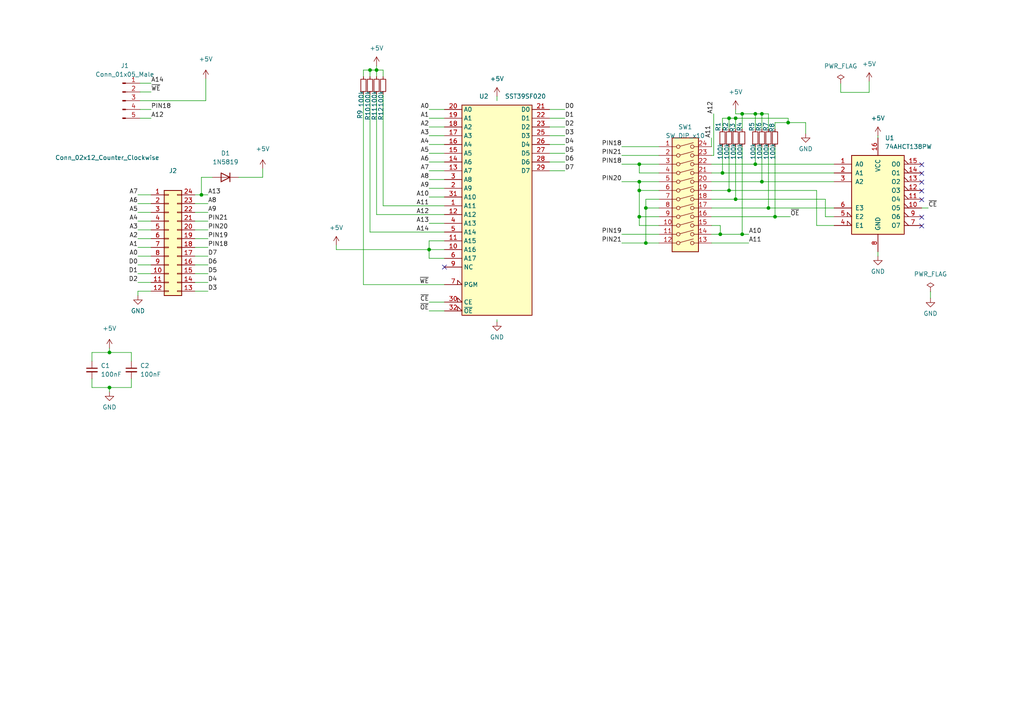
<source format=kicad_sch>
(kicad_sch (version 20211123) (generator eeschema)
  (paper "A4")
  (title_block (title "EPROM Replacer") (date "2022-09-24") (rev "1.01"))
  (lib_symbols
    (symbol "74xx:74LS138" (pin_names (offset 1.016))
      (property "Reference" "U" (at -7.62 11.43 0))
      (property "Value" "74LS138" (at -7.62 -13.97 0))
      (symbol "74LS138_1_0"
        (pin input line (at -12.7 7.62 0) (length 5.08) (name "A0") (number "1"))
        (pin output output_low (at 12.7 -5.08 180) (length 5.08) (name "O5") (number "10"))
        (pin output output_low (at 12.7 -2.54 180) (length 5.08) (name "O4") (number "11"))
        (pin output output_low (at 12.7 0 180) (length 5.08) (name "O3") (number "12"))
        (pin output output_low (at 12.7 2.54 180) (length 5.08) (name "O2") (number "13"))
        (pin output output_low (at 12.7 5.08 180) (length 5.08) (name "O1") (number "14"))
        (pin output output_low (at 12.7 7.62 180) (length 5.08) (name "O0") (number "15"))
        (pin power_in line (at 0 15.24 270) (length 5.08) (name "VCC") (number "16"))
        (pin input line (at -12.7 5.08 0) (length 5.08) (name "A1") (number "2"))
        (pin input line (at -12.7 2.54 0) (length 5.08) (name "A2") (number "3"))
        (pin input input_low (at -12.7 -10.16 0) (length 5.08) (name "E1") (number "4"))
        (pin input input_low (at -12.7 -7.62 0) (length 5.08) (name "E2") (number "5"))
        (pin input line (at -12.7 -5.08 0) (length 5.08) (name "E3") (number "6"))
        (pin output output_low (at 12.7 -10.16 180) (length 5.08) (name "O7") (number "7"))
        (pin power_in line (at 0 -17.78 90) (length 5.08) (name "GND") (number "8"))
        (pin output output_low (at 12.7 -7.62 180) (length 5.08) (name "O6") (number "9"))
      )
      (symbol "74LS138_1_1"
        (rectangle (start -7.62 10.16) (end 7.62 -12.7) (stroke (width 0.254)) (fill (type background)))
      )
    )
    (symbol "Connector:Conn_01x05_Male" (pin_names (offset 1.016) hide)
      (property "Reference" "J" (at 0 7.62 0))
      (property "Value" "Conn_01x05_Male" (at 0 -7.62 0))
      (symbol "Conn_01x05_Male_1_1"
        (polyline (pts (xy 1.27 -5.08) (xy 0.8636 -5.08)) (stroke (width 0.1524)))
        (polyline (pts (xy 1.27 -2.54) (xy 0.8636 -2.54)) (stroke (width 0.1524)))
        (polyline (pts (xy 1.27 0) (xy 0.8636 0)) (stroke (width 0.1524)))
        (polyline (pts (xy 1.27 2.54) (xy 0.8636 2.54)) (stroke (width 0.1524)))
        (polyline (pts (xy 1.27 5.08) (xy 0.8636 5.08)) (stroke (width 0.1524)))
        (rectangle (start 0.8636 -4.953) (end 0 -5.207) (stroke (width 0.1524)) (fill (type outline)))
        (rectangle (start 0.8636 -2.413) (end 0 -2.667) (stroke (width 0.1524)) (fill (type outline)))
        (rectangle (start 0.8636 0.127) (end 0 -0.127) (stroke (width 0.1524)) (fill (type outline)))
        (rectangle (start 0.8636 2.667) (end 0 2.413) (stroke (width 0.1524)) (fill (type outline)))
        (rectangle (start 0.8636 5.207) (end 0 4.953) (stroke (width 0.1524)) (fill (type outline)))
        (pin passive line (at 5.08 5.08 180) (length 3.81) (name "Pin_1") (number "1"))
        (pin passive line (at 5.08 2.54 180) (length 3.81) (name "Pin_2") (number "2"))
        (pin passive line (at 5.08 0 180) (length 3.81) (name "Pin_3") (number "3"))
        (pin passive line (at 5.08 -2.54 180) (length 3.81) (name "Pin_4") (number "4"))
        (pin passive line (at 5.08 -5.08 180) (length 3.81) (name "Pin_5") (number "5"))
      )
    )
    (symbol "Connector_Generic:Conn_02x12_Counter_Clockwise" (pin_names (offset 1.016) hide)
      (property "Reference" "J" (at 1.27 15.24 0))
      (property "Value" "Conn_02x12_Counter_Clockwise" (at 1.27 -17.78 0))
      (symbol "Conn_02x12_Counter_Clockwise_1_1"
        (rectangle (start -1.27 -15.113) (end 0 -15.367) (stroke (width 0.1524)))
        (rectangle (start -1.27 -12.573) (end 0 -12.827) (stroke (width 0.1524)))
        (rectangle (start -1.27 -10.033) (end 0 -10.287) (stroke (width 0.1524)))
        (rectangle (start -1.27 -7.493) (end 0 -7.747) (stroke (width 0.1524)))
        (rectangle (start -1.27 -4.953) (end 0 -5.207) (stroke (width 0.1524)))
        (rectangle (start -1.27 -2.413) (end 0 -2.667) (stroke (width 0.1524)))
        (rectangle (start -1.27 0.127) (end 0 -0.127) (stroke (width 0.1524)))
        (rectangle (start -1.27 2.667) (end 0 2.413) (stroke (width 0.1524)))
        (rectangle (start -1.27 5.207) (end 0 4.953) (stroke (width 0.1524)))
        (rectangle (start -1.27 7.747) (end 0 7.493) (stroke (width 0.1524)))
        (rectangle (start -1.27 10.287) (end 0 10.033) (stroke (width 0.1524)))
        (rectangle (start -1.27 12.827) (end 0 12.573) (stroke (width 0.1524)))
        (rectangle (start -1.27 13.97) (end 3.81 -16.51) (stroke (width 0.254)) (fill (type background)))
        (rectangle (start 3.81 -15.113) (end 2.54 -15.367) (stroke (width 0.1524)))
        (rectangle (start 3.81 -12.573) (end 2.54 -12.827) (stroke (width 0.1524)))
        (rectangle (start 3.81 -10.033) (end 2.54 -10.287) (stroke (width 0.1524)))
        (rectangle (start 3.81 -7.493) (end 2.54 -7.747) (stroke (width 0.1524)))
        (rectangle (start 3.81 -4.953) (end 2.54 -5.207) (stroke (width 0.1524)))
        (rectangle (start 3.81 -2.413) (end 2.54 -2.667) (stroke (width 0.1524)))
        (rectangle (start 3.81 0.127) (end 2.54 -0.127) (stroke (width 0.1524)))
        (rectangle (start 3.81 2.667) (end 2.54 2.413) (stroke (width 0.1524)))
        (rectangle (start 3.81 5.207) (end 2.54 4.953) (stroke (width 0.1524)))
        (rectangle (start 3.81 7.747) (end 2.54 7.493) (stroke (width 0.1524)))
        (rectangle (start 3.81 10.287) (end 2.54 10.033) (stroke (width 0.1524)))
        (rectangle (start 3.81 12.827) (end 2.54 12.573) (stroke (width 0.1524)))
        (pin passive line (at -5.08 12.7 0) (length 3.81) (name "Pin_1") (number "1"))
        (pin passive line (at -5.08 -10.16 0) (length 3.81) (name "Pin_10") (number "10"))
        (pin passive line (at -5.08 -12.7 0) (length 3.81) (name "Pin_11") (number "11"))
        (pin passive line (at -5.08 -15.24 0) (length 3.81) (name "Pin_12") (number "12"))
        (pin passive line (at 7.62 -15.24 180) (length 3.81) (name "Pin_13") (number "13"))
        (pin passive line (at 7.62 -12.7 180) (length 3.81) (name "Pin_14") (number "14"))
        (pin passive line (at 7.62 -10.16 180) (length 3.81) (name "Pin_15") (number "15"))
        (pin passive line (at 7.62 -7.62 180) (length 3.81) (name "Pin_16") (number "16"))
        (pin passive line (at 7.62 -5.08 180) (length 3.81) (name "Pin_17") (number "17"))
        (pin passive line (at 7.62 -2.54 180) (length 3.81) (name "Pin_18") (number "18"))
        (pin passive line (at 7.62 0 180) (length 3.81) (name "Pin_19") (number "19"))
        (pin passive line (at -5.08 10.16 0) (length 3.81) (name "Pin_2") (number "2"))
        (pin passive line (at 7.62 2.54 180) (length 3.81) (name "Pin_20") (number "20"))
        (pin passive line (at 7.62 5.08 180) (length 3.81) (name "Pin_21") (number "21"))
        (pin passive line (at 7.62 7.62 180) (length 3.81) (name "Pin_22") (number "22"))
        (pin passive line (at 7.62 10.16 180) (length 3.81) (name "Pin_23") (number "23"))
        (pin passive line (at 7.62 12.7 180) (length 3.81) (name "Pin_24") (number "24"))
        (pin passive line (at -5.08 7.62 0) (length 3.81) (name "Pin_3") (number "3"))
        (pin passive line (at -5.08 5.08 0) (length 3.81) (name "Pin_4") (number "4"))
        (pin passive line (at -5.08 2.54 0) (length 3.81) (name "Pin_5") (number "5"))
        (pin passive line (at -5.08 0 0) (length 3.81) (name "Pin_6") (number "6"))
        (pin passive line (at -5.08 -2.54 0) (length 3.81) (name "Pin_7") (number "7"))
        (pin passive line (at -5.08 -5.08 0) (length 3.81) (name "Pin_8") (number "8"))
        (pin passive line (at -5.08 -7.62 0) (length 3.81) (name "Pin_9") (number "9"))
      )
    )
    (symbol "Device:C_Small" (pin_numbers hide) (pin_names (offset 0.254) hide)
      (property "Reference" "C" (at 0.254 1.778 0))
      (property "Value" "C_Small" (at 0.254 -2.032 0))
      (symbol "C_Small_0_1"
        (polyline (pts (xy -1.524 -0.508) (xy 1.524 -0.508)) (stroke (width 0.3302)))
        (polyline (pts (xy -1.524 0.508) (xy 1.524 0.508)) (stroke (width 0.3048)))
      )
      (symbol "C_Small_1_1"
        (pin passive line (at 0 2.54 270) (length 2.032) (name "~") (number "1"))
        (pin passive line (at 0 -2.54 90) (length 2.032) (name "~") (number "2"))
      )
    )
    (symbol "Device:D" (pin_numbers hide) (pin_names (offset 1.016) hide)
      (property "Reference" "D" (at 0 2.54 0))
      (property "Value" "D" (at 0 -2.54 0))
      (symbol "D_0_1"
        (polyline (pts (xy -1.27 1.27) (xy -1.27 -1.27)) (stroke (width 0.254)))
        (polyline (pts (xy 1.27 0) (xy -1.27 0)))
        (polyline (pts (xy 1.27 1.27) (xy 1.27 -1.27) (xy -1.27 0) (xy 1.27 1.27)) (stroke (width 0.254)))
      )
      (symbol "D_1_1"
        (pin passive line (at -3.81 0 0) (length 2.54) (name "K") (number "1"))
        (pin passive line (at 3.81 0 180) (length 2.54) (name "A") (number "2"))
      )
    )
    (symbol "Device:R_Small" (pin_numbers hide) (pin_names (offset 0.254) hide)
      (property "Reference" "R" (at 0.762 0.508 0))
      (property "Value" "R_Small" (at 0.762 -1.016 0))
      (symbol "R_Small_0_1"
        (rectangle (start -0.762 1.778) (end 0.762 -1.778) (stroke (width 0.2032)))
      )
      (symbol "R_Small_1_1"
        (pin passive line (at 0 2.54 270) (length 0.762) (name "~") (number "1"))
        (pin passive line (at 0 -2.54 90) (length 0.762) (name "~") (number "2"))
      )
    )
    (symbol "Switch:SW_DIP_x12" (pin_names (offset 0) hide)
      (property "Reference" "SW" (at 0 19.05 0))
      (property "Value" "SW_DIP_x12" (at 0 -16.51 0))
      (symbol "SW_DIP_x12_0_0"
        (circle (center -2.032 -12.7) (radius 0.508))
        (circle (center -2.032 -10.16) (radius 0.508))
        (circle (center -2.032 -7.62) (radius 0.508))
        (circle (center -2.032 -5.08) (radius 0.508))
        (circle (center -2.032 -2.54) (radius 0.508))
        (circle (center -2.032 0) (radius 0.508))
        (circle (center -2.032 2.54) (radius 0.508))
        (circle (center -2.032 5.08) (radius 0.508))
        (circle (center -2.032 7.62) (radius 0.508))
        (circle (center -2.032 10.16) (radius 0.508))
        (circle (center -2.032 12.7) (radius 0.508))
        (circle (center -2.032 15.24) (radius 0.508))
        (polyline (pts (xy -1.524 -12.5476) (xy 2.3622 -11.5062)))
        (polyline (pts (xy -1.524 -10.0076) (xy 2.3622 -8.9662)))
        (polyline (pts (xy -1.524 -7.4676) (xy 2.3622 -6.4262)))
        (polyline (pts (xy -1.524 -4.9276) (xy 2.3622 -3.8862)))
        (polyline (pts (xy -1.524 -2.3876) (xy 2.3622 -1.3462)))
        (polyline (pts (xy -1.524 0.127) (xy 2.3622 1.1684)))
        (polyline (pts (xy -1.524 2.667) (xy 2.3622 3.7084)))
        (polyline (pts (xy -1.524 5.207) (xy 2.3622 6.2484)))
        (polyline (pts (xy -1.524 7.747) (xy 2.3622 8.7884)))
        (polyline (pts (xy -1.524 10.287) (xy 2.3622 11.3284)))
        (polyline (pts (xy -1.524 12.827) (xy 2.3622 13.8684)))
        (polyline (pts (xy -1.524 15.367) (xy 2.3622 16.4084)))
        (circle (center 2.032 -12.7) (radius 0.508))
        (circle (center 2.032 -10.16) (radius 0.508))
        (circle (center 2.032 -7.62) (radius 0.508))
        (circle (center 2.032 -5.08) (radius 0.508))
        (circle (center 2.032 -2.54) (radius 0.508))
        (circle (center 2.032 0) (radius 0.508))
        (circle (center 2.032 2.54) (radius 0.508))
        (circle (center 2.032 5.08) (radius 0.508))
        (circle (center 2.032 7.62) (radius 0.508))
        (circle (center 2.032 10.16) (radius 0.508))
        (circle (center 2.032 12.7) (radius 0.508))
        (circle (center 2.032 15.24) (radius 0.508))
      )
      (symbol "SW_DIP_x12_0_1"
        (rectangle (start -3.81 17.78) (end 3.81 -15.24) (stroke (width 0.254)) (fill (type background)))
      )
      (symbol "SW_DIP_x12_1_1"
        (pin passive line (at -7.62 15.24 0) (length 5.08) (name "~") (number "1"))
        (pin passive line (at -7.62 -7.62 0) (length 5.08) (name "~") (number "10"))
        (pin passive line (at -7.62 -10.16 0) (length 5.08) (name "~") (number "11"))
        (pin passive line (at -7.62 -12.7 0) (length 5.08) (name "~") (number "12"))
        (pin passive line (at 7.62 -12.7 180) (length 5.08) (name "~") (number "13"))
        (pin passive line (at 7.62 -10.16 180) (length 5.08) (name "~") (number "14"))
        (pin passive line (at 7.62 -7.62 180) (length 5.08) (name "~") (number "15"))
        (pin passive line (at 7.62 -5.08 180) (length 5.08) (name "~") (number "16"))
        (pin passive line (at 7.62 -2.54 180) (length 5.08) (name "~") (number "17"))
        (pin passive line (at 7.62 0 180) (length 5.08) (name "~") (number "18"))
        (pin passive line (at 7.62 2.54 180) (length 5.08) (name "~") (number "19"))
        (pin passive line (at -7.62 12.7 0) (length 5.08) (name "~") (number "2"))
        (pin passive line (at 7.62 5.08 180) (length 5.08) (name "~") (number "20"))
        (pin passive line (at 7.62 7.62 180) (length 5.08) (name "~") (number "21"))
        (pin passive line (at 7.62 10.16 180) (length 5.08) (name "~") (number "22"))
        (pin passive line (at 7.62 12.7 180) (length 5.08) (name "~") (number "23"))
        (pin passive line (at 7.62 15.24 180) (length 5.08) (name "~") (number "24"))
        (pin passive line (at -7.62 10.16 0) (length 5.08) (name "~") (number "3"))
        (pin passive line (at -7.62 7.62 0) (length 5.08) (name "~") (number "4"))
        (pin passive line (at -7.62 5.08 0) (length 5.08) (name "~") (number "5"))
        (pin passive line (at -7.62 2.54 0) (length 5.08) (name "~") (number "6"))
        (pin passive line (at -7.62 0 0) (length 5.08) (name "~") (number "7"))
        (pin passive line (at -7.62 -2.54 0) (length 5.08) (name "~") (number "8"))
        (pin passive line (at -7.62 -5.08 0) (length 5.08) (name "~") (number "9"))
      )
    )
    (symbol "eprom_replacer:SST39SF020_tsop"
      (property "Reference" "U" (at 2.54 33.02 0))
      (property "Value" "SST39SF020_tsop" (at 0 -30.48 0))
      (symbol "SST39SF020_tsop_0_0"
        (pin power_in line (at 0 -30.48 90) (length 1.27) hide (name "GND") (number "24"))
        (pin power_in line (at 0 33.02 270) (length 1.27) hide (name "VCC") (number "8"))
      )
      (symbol "SST39SF020_tsop_0_1"
        (rectangle (start -10.16 31.75) (end 10.16 -29.21) (stroke (width 0.254)) (fill (type background)))
      )
      (symbol "SST39SF020_tsop_1_1"
        (pin input line (at -15.24 2.54 0) (length 5.08) (name "A11") (number "1"))
        (pin input line (at -15.24 -10.16 0) (length 5.08) (name "A16") (number "10"))
        (pin input line (at -15.24 -7.62 0) (length 5.08) (name "A15") (number "11"))
        (pin input line (at -15.24 0 0) (length 5.08) (name "A12") (number "12"))
        (pin input line (at -15.24 12.7 0) (length 5.08) (name "A7") (number "13"))
        (pin input line (at -15.24 15.24 0) (length 5.08) (name "A6") (number "14"))
        (pin input line (at -15.24 17.78 0) (length 5.08) (name "A5") (number "15"))
        (pin input line (at -15.24 20.32 0) (length 5.08) (name "A4") (number "16"))
        (pin input line (at -15.24 22.86 0) (length 5.08) (name "A3") (number "17"))
        (pin input line (at -15.24 25.4 0) (length 5.08) (name "A2") (number "18"))
        (pin input line (at -15.24 27.94 0) (length 5.08) (name "A1") (number "19"))
        (pin input line (at -15.24 7.62 0) (length 5.08) (name "A9") (number "2"))
        (pin input line (at -15.24 30.48 0) (length 5.08) (name "A0") (number "20"))
        (pin tri_state line (at 15.24 30.48 180) (length 5.08) (name "D0") (number "21"))
        (pin tri_state line (at 15.24 27.94 180) (length 5.08) (name "D1") (number "22"))
        (pin tri_state line (at 15.24 25.4 180) (length 5.08) (name "D2") (number "23"))
        (pin tri_state line (at 15.24 22.86 180) (length 5.08) (name "D3") (number "25"))
        (pin tri_state line (at 15.24 20.32 180) (length 5.08) (name "D4") (number "26"))
        (pin tri_state line (at 15.24 17.78 180) (length 5.08) (name "D5") (number "27"))
        (pin tri_state line (at 15.24 15.24 180) (length 5.08) (name "D6") (number "28"))
        (pin tri_state line (at 15.24 12.7 180) (length 5.08) (name "D7") (number "29"))
        (pin input line (at -15.24 10.16 0) (length 5.08) (name "A8") (number "3"))
        (pin input input_low (at -15.24 -25.4 0) (length 5.08) (name "CE") (number "30"))
        (pin input line (at -15.24 5.08 0) (length 5.08) (name "A10") (number "31"))
        (pin input input_low (at -15.24 -27.94 0) (length 5.08) (name "~{OE}") (number "32"))
        (pin input line (at -15.24 -2.54 0) (length 5.08) (name "A13") (number "4"))
        (pin input line (at -15.24 -5.08 0) (length 5.08) (name "A14") (number "5"))
        (pin input line (at -15.24 -12.7 0) (length 5.08) (name "A17") (number "6"))
        (pin input input_low (at -15.24 -20.32 0) (length 5.08) (name "PGM") (number "7"))
        (pin input line (at -15.24 -15.24 0) (length 5.08) (name "NC") (number "9"))
      )
    )
    (symbol "power:+5V" (power) (pin_names (offset 0))
      (property "Value" "+5V" (at 0 3.556 0))
      (symbol "+5V_0_1"
        (polyline (pts (xy -0.762 1.27) (xy 0 2.54)))
        (polyline (pts (xy 0 0) (xy 0 2.54)))
        (polyline (pts (xy 0 2.54) (xy 0.762 1.27)))
      )
      (symbol "+5V_1_1"
        (pin power_in line (at 0 0 90) (length 0) hide (name "+5V") (number "1"))
      )
    )
    (symbol "power:GND" (power) (pin_names (offset 0))
      (property "Value" "GND" (at 0 -3.81 0))
      (symbol "GND_0_1"
        (polyline (pts (xy 0 0) (xy 0 -1.27) (xy 1.27 -1.27) (xy 0 -2.54) (xy -1.27 -1.27) (xy 0 -1.27)))
      )
      (symbol "GND_1_1"
        (pin power_in line (at 0 0 270) (length 0) hide (name "GND") (number "1"))
      )
    )
    (symbol "power:PWR_FLAG" (power) (pin_numbers hide) (pin_names (offset 0) hide)
      (property "Value" "PWR_FLAG" (at 0 3.81 0))
      (symbol "PWR_FLAG_0_0"
        (pin power_out line (at 0 0 90) (length 0) (name "pwr") (number "1"))
      )
      (symbol "PWR_FLAG_0_1"
        (polyline (pts (xy 0 0) (xy 0 1.27) (xy -1.016 1.905) (xy 0 2.54) (xy 1.016 1.905) (xy 0 1.27)))
      )
    )
  )
  (junction (at 185.42 55.245))
  (junction (at 222.885 60.325))
  (junction (at 58.42 56.515))
  (junction (at 213.36 57.785))
  (junction (at 31.75 102.235))
  (junction (at 209.55 50.165))
  (junction (at 185.42 62.865))
  (junction (at 187.325 60.325))
  (junction (at 185.42 52.705))
  (junction (at 215.265 33.02))
  (junction (at 211.455 55.245))
  (junction (at 224.79 62.865))
  (junction (at 185.42 47.625))
  (junction (at 220.98 33.02))
  (junction (at 107.315 20.32))
  (junction (at 213.36 34.29))
  (junction (at 211.455 34.29))
  (junction (at 124.46 72.39))
  (junction (at 31.75 112.395))
  (junction (at 220.98 52.705))
  (junction (at 208.915 67.945))
  (junction (at 215.265 67.945))
  (junction (at 228.6 35.56))
  (junction (at 219.075 33.02))
  (junction (at 187.325 70.485))
  (junction (at 219.075 47.625))
  (junction (at 109.22 20.32))
  (no_connect (at 267.335 55.372))
  (no_connect (at 267.335 62.992))
  (no_connect (at 267.335 47.752))
  (no_connect (at 267.335 57.912))
  (no_connect (at 128.905 77.47))
  (no_connect (at 267.335 50.292))
  (no_connect (at 267.335 65.532))
  (no_connect (at 267.335 52.832))
  (wire (pts (xy 124.46 57.15) (xy 128.905 57.15)))
  (wire (pts (xy 58.42 56.515) (xy 58.42 51.435)))
  (wire (pts (xy 107.315 20.32) (xy 107.315 22.225)))
  (wire (pts (xy 213.36 34.29) (xy 228.6 34.29)))
  (wire (pts (xy 187.325 70.485) (xy 191.135 70.485)))
  (wire (pts (xy 159.385 39.37) (xy 163.83 39.37)))
  (wire (pts (xy 180.34 45.085) (xy 191.135 45.085)))
  (wire (pts (xy 60.325 56.515) (xy 58.42 56.515)))
  (wire (pts (xy 40.005 84.455) (xy 43.815 84.455)))
  (wire (pts (xy 159.385 44.45) (xy 163.83 44.45)))
  (wire (pts (xy 40.005 71.755) (xy 43.815 71.755)))
  (wire (pts (xy 241.935 62.865) (xy 239.395 62.865)))
  (wire (pts (xy 124.46 64.77) (xy 128.905 64.77)))
  (wire (pts (xy 40.64 31.75) (xy 43.815 31.75)))
  (wire (pts (xy 180.34 67.945) (xy 191.135 67.945)))
  (wire (pts (xy 124.46 69.85) (xy 124.46 72.39)))
  (wire (pts (xy 220.98 33.02) (xy 220.98 37.465)))
  (wire (pts (xy 180.34 70.485) (xy 187.325 70.485)))
  (wire (pts (xy 185.42 62.865) (xy 185.42 65.405)))
  (wire (pts (xy 26.67 109.855) (xy 26.67 112.395)))
  (wire (pts (xy 269.875 84.582) (xy 269.875 86.487)))
  (wire (pts (xy 206.375 65.405) (xy 208.915 65.405)))
  (wire (pts (xy 124.46 46.99) (xy 128.905 46.99)))
  (wire (pts (xy 40.005 79.375) (xy 43.815 79.375)))
  (wire (pts (xy 40.005 59.055) (xy 43.815 59.055)))
  (wire (pts (xy 215.265 33.02) (xy 213.36 33.02)))
  (wire (pts (xy 40.005 81.915) (xy 43.815 81.915)))
  (wire (pts (xy 40.64 29.21) (xy 59.69 29.21)))
  (wire (pts (xy 217.17 67.945) (xy 215.265 67.945)))
  (wire (pts (xy 219.075 33.02) (xy 219.075 37.465)))
  (wire (pts (xy 185.42 47.625) (xy 185.42 50.165)))
  (wire (pts (xy 40.64 34.29) (xy 43.815 34.29)))
  (wire (pts (xy 215.265 42.545) (xy 215.265 67.945)))
  (wire (pts (xy 185.42 52.705) (xy 191.135 52.705)))
  (wire (pts (xy 159.385 34.29) (xy 163.83 34.29)))
  (wire (pts (xy 124.46 39.37) (xy 128.905 39.37)))
  (wire (pts (xy 38.1 112.395) (xy 38.1 109.855)))
  (wire (pts (xy 31.75 100.965) (xy 31.75 102.235)))
  (wire (pts (xy 254.635 39.37) (xy 254.635 40.005)))
  (wire (pts (xy 111.125 27.305) (xy 111.125 59.69)))
  (wire (pts (xy 159.385 36.83) (xy 163.83 36.83)))
  (wire (pts (xy 191.135 57.785) (xy 187.325 57.785)))
  (wire (pts (xy 206.375 50.165) (xy 209.55 50.165)))
  (wire (pts (xy 31.75 102.235) (xy 38.1 102.235)))
  (wire (pts (xy 40.005 56.515) (xy 43.815 56.515)))
  (wire (pts (xy 180.34 52.705) (xy 185.42 52.705)))
  (wire (pts (xy 243.84 26.797) (xy 252.095 26.797)))
  (wire (pts (xy 31.75 112.395) (xy 38.1 112.395)))
  (wire (pts (xy 185.42 47.625) (xy 191.135 47.625)))
  (wire (pts (xy 107.315 27.305) (xy 107.315 67.31)))
  (wire (pts (xy 124.46 87.63) (xy 128.905 87.63)))
  (wire (pts (xy 185.42 55.245) (xy 191.135 55.245)))
  (wire (pts (xy 109.22 19.05) (xy 109.22 20.32)))
  (wire (pts (xy 109.22 62.23) (xy 128.905 62.23)))
  (wire (pts (xy 107.315 67.31) (xy 128.905 67.31)))
  (wire (pts (xy 206.375 52.705) (xy 220.98 52.705)))
  (wire (pts (xy 187.325 60.325) (xy 187.325 70.485)))
  (wire (pts (xy 206.375 40.005) (xy 206.375 42.545)))
  (wire (pts (xy 58.42 56.515) (xy 56.515 56.515)))
  (wire (pts (xy 109.22 27.305) (xy 109.22 62.23)))
  (wire (pts (xy 220.98 52.705) (xy 241.935 52.705)))
  (wire (pts (xy 60.325 79.375) (xy 56.515 79.375)))
  (wire (pts (xy 213.36 31.75) (xy 213.36 33.02)))
  (wire (pts (xy 211.455 55.245) (xy 236.855 55.245)))
  (wire (pts (xy 206.375 47.625) (xy 219.075 47.625)))
  (wire (pts (xy 60.325 71.755) (xy 56.515 71.755)))
  (wire (pts (xy 38.1 102.235) (xy 38.1 104.775)))
  (wire (pts (xy 124.46 54.61) (xy 128.905 54.61)))
  (wire (pts (xy 124.46 36.83) (xy 128.905 36.83)))
  (wire (pts (xy 124.46 41.91) (xy 128.905 41.91)))
  (wire (pts (xy 222.885 33.02) (xy 220.98 33.02)))
  (wire (pts (xy 254.635 73.025) (xy 254.635 74.295)))
  (wire (pts (xy 60.325 66.675) (xy 56.515 66.675)))
  (wire (pts (xy 185.42 65.405) (xy 191.135 65.405)))
  (wire (pts (xy 40.005 69.215) (xy 43.815 69.215)))
  (wire (pts (xy 60.325 59.055) (xy 56.515 59.055)))
  (wire (pts (xy 208.915 67.945) (xy 206.375 67.945)))
  (wire (pts (xy 60.325 81.915) (xy 56.515 81.915)))
  (wire (pts (xy 206.375 45.085) (xy 207.01 45.085)))
  (wire (pts (xy 31.75 112.395) (xy 31.75 113.665)))
  (wire (pts (xy 209.55 50.165) (xy 241.935 50.165)))
  (wire (pts (xy 236.855 65.405) (xy 236.855 55.245)))
  (wire (pts (xy 144.145 92.71) (xy 144.145 93.345)))
  (wire (pts (xy 60.325 76.835) (xy 56.515 76.835)))
  (wire (pts (xy 224.79 35.56) (xy 224.79 37.465)))
  (wire (pts (xy 159.385 49.53) (xy 163.83 49.53)))
  (wire (pts (xy 185.42 50.165) (xy 191.135 50.165)))
  (wire (pts (xy 215.265 67.945) (xy 208.915 67.945)))
  (wire (pts (xy 209.55 42.545) (xy 209.55 50.165)))
  (wire (pts (xy 26.67 112.395) (xy 31.75 112.395)))
  (wire (pts (xy 59.69 22.86) (xy 59.69 29.21)))
  (wire (pts (xy 211.455 34.29) (xy 211.455 37.465)))
  (wire (pts (xy 206.375 62.865) (xy 224.79 62.865)))
  (wire (pts (xy 124.46 90.17) (xy 128.905 90.17)))
  (wire (pts (xy 60.325 61.595) (xy 56.515 61.595)))
  (wire (pts (xy 224.79 42.545) (xy 224.79 62.865)))
  (wire (pts (xy 40.005 66.675) (xy 43.815 66.675)))
  (wire (pts (xy 109.22 20.32) (xy 109.22 22.225)))
  (wire (pts (xy 206.375 60.325) (xy 222.885 60.325)))
  (wire (pts (xy 76.2 48.895) (xy 76.2 51.435)))
  (wire (pts (xy 224.79 62.865) (xy 229.235 62.865)))
  (wire (pts (xy 159.385 41.91) (xy 163.83 41.91)))
  (wire (pts (xy 239.395 62.865) (xy 239.395 57.785)))
  (wire (pts (xy 144.145 27.94) (xy 144.145 29.21)))
  (wire (pts (xy 209.55 34.29) (xy 209.55 37.465)))
  (wire (pts (xy 124.46 72.39) (xy 124.46 74.93)))
  (wire (pts (xy 111.125 59.69) (xy 128.905 59.69)))
  (wire (pts (xy 159.385 46.99) (xy 163.83 46.99)))
  (wire (pts (xy 105.41 27.305) (xy 105.41 82.55)))
  (wire (pts (xy 213.36 57.785) (xy 206.375 57.785)))
  (wire (pts (xy 217.17 70.485) (xy 206.375 70.485)))
  (wire (pts (xy 187.325 60.325) (xy 191.135 60.325)))
  (wire (pts (xy 213.36 42.545) (xy 213.36 57.785)))
  (wire (pts (xy 222.885 42.545) (xy 222.885 60.325)))
  (wire (pts (xy 239.395 57.785) (xy 213.36 57.785)))
  (wire (pts (xy 40.005 61.595) (xy 43.815 61.595)))
  (wire (pts (xy 124.46 72.39) (xy 128.905 72.39)))
  (wire (pts (xy 211.455 34.29) (xy 209.55 34.29)))
  (wire (pts (xy 69.215 51.435) (xy 76.2 51.435)))
  (wire (pts (xy 124.46 69.85) (xy 128.905 69.85)))
  (wire (pts (xy 213.36 34.29) (xy 213.36 37.465)))
  (wire (pts (xy 180.34 47.625) (xy 185.42 47.625)))
  (wire (pts (xy 222.885 33.02) (xy 222.885 37.465)))
  (wire (pts (xy 105.41 20.32) (xy 105.41 22.225)))
  (wire (pts (xy 124.46 31.75) (xy 128.905 31.75)))
  (wire (pts (xy 107.315 20.32) (xy 105.41 20.32)))
  (wire (pts (xy 224.79 35.56) (xy 228.6 35.56)))
  (wire (pts (xy 124.46 52.07) (xy 128.905 52.07)))
  (wire (pts (xy 26.67 104.775) (xy 26.67 102.235)))
  (wire (pts (xy 220.98 33.02) (xy 219.075 33.02)))
  (wire (pts (xy 97.536 71.12) (xy 97.536 72.39)))
  (wire (pts (xy 222.885 60.325) (xy 241.935 60.325)))
  (wire (pts (xy 124.46 49.53) (xy 128.905 49.53)))
  (wire (pts (xy 243.84 24.257) (xy 243.84 26.797)))
  (wire (pts (xy 26.67 102.235) (xy 31.75 102.235)))
  (wire (pts (xy 215.265 33.02) (xy 215.265 37.465)))
  (wire (pts (xy 109.22 20.32) (xy 107.315 20.32)))
  (wire (pts (xy 207.01 33.02) (xy 207.01 45.085)))
  (wire (pts (xy 185.42 55.245) (xy 185.42 62.865)))
  (wire (pts (xy 124.46 74.93) (xy 128.905 74.93)))
  (wire (pts (xy 60.325 84.455) (xy 56.515 84.455)))
  (wire (pts (xy 97.536 72.39) (xy 124.46 72.39)))
  (wire (pts (xy 124.46 44.45) (xy 128.905 44.45)))
  (wire (pts (xy 40.005 74.295) (xy 43.815 74.295)))
  (wire (pts (xy 60.325 74.295) (xy 56.515 74.295)))
  (wire (pts (xy 219.075 42.545) (xy 219.075 47.625)))
  (wire (pts (xy 40.005 84.455) (xy 40.005 85.725)))
  (wire (pts (xy 159.385 31.75) (xy 163.83 31.75)))
  (wire (pts (xy 60.325 64.135) (xy 56.515 64.135)))
  (wire (pts (xy 267.335 60.325) (xy 269.24 60.325)))
  (wire (pts (xy 111.125 20.32) (xy 111.125 22.225)))
  (wire (pts (xy 219.075 33.02) (xy 215.265 33.02)))
  (wire (pts (xy 211.455 42.545) (xy 211.455 55.245)))
  (wire (pts (xy 187.325 57.785) (xy 187.325 60.325)))
  (wire (pts (xy 40.64 26.67) (xy 43.815 26.67)))
  (wire (pts (xy 109.22 20.32) (xy 111.125 20.32)))
  (wire (pts (xy 40.005 64.135) (xy 43.815 64.135)))
  (wire (pts (xy 228.6 35.56) (xy 233.68 35.56)))
  (wire (pts (xy 180.34 42.545) (xy 191.135 42.545)))
  (wire (pts (xy 241.935 65.405) (xy 236.855 65.405)))
  (wire (pts (xy 233.68 35.56) (xy 233.68 38.735)))
  (wire (pts (xy 40.64 24.13) (xy 43.815 24.13)))
  (wire (pts (xy 185.42 52.705) (xy 185.42 55.245)))
  (wire (pts (xy 60.325 69.215) (xy 56.515 69.215)))
  (wire (pts (xy 105.41 82.55) (xy 128.905 82.55)))
  (wire (pts (xy 124.46 34.29) (xy 128.905 34.29)))
  (wire (pts (xy 58.42 51.435) (xy 61.595 51.435)))
  (wire (pts (xy 208.915 65.405) (xy 208.915 67.945)))
  (wire (pts (xy 228.6 34.29) (xy 228.6 35.56)))
  (wire (pts (xy 206.375 55.245) (xy 211.455 55.245)))
  (wire (pts (xy 219.075 47.625) (xy 241.935 47.625)))
  (wire (pts (xy 220.98 42.545) (xy 220.98 52.705)))
  (wire (pts (xy 252.095 23.622) (xy 252.095 26.797)))
  (wire (pts (xy 185.42 62.865) (xy 191.135 62.865)))
  (wire (pts (xy 40.005 76.835) (xy 43.815 76.835)))
  (wire (pts (xy 213.36 34.29) (xy 211.455 34.29)))
  (label "A13" (at 60.325 56.515 0))
  (label "~{WE}" (at 124.46 82.55 180))
  (label "A4" (at 124.46 41.91 180))
  (label "D3" (at 163.83 39.37 0))
  (label "A11" (at 124.46 59.69 180))
  (label "D2" (at 163.83 36.83 0))
  (label "A2" (at 124.46 36.83 180))
  (label "A13" (at 124.46 64.77 180))
  (label "A0" (at 124.46 31.75 180))
  (label "D7" (at 60.325 74.295 0))
  (label "~{WE}" (at 43.815 26.67 0))
  (label "PIN19" (at 180.34 67.945 180))
  (label "~{CE}" (at 124.46 87.63 180))
  (label "PIN19" (at 60.325 69.215 0))
  (label "A3" (at 124.46 39.37 180))
  (label "D5" (at 163.83 44.45 0))
  (label "A14" (at 124.46 67.31 180))
  (label "A1" (at 40.005 71.755 180))
  (label "A0" (at 40.005 74.295 180))
  (label "A1" (at 124.46 34.29 180))
  (label "A12" (at 43.815 34.29 0))
  (label "D4" (at 60.325 81.915 0))
  (label "PIN20" (at 60.325 66.675 0))
  (label "A8" (at 124.46 52.07 180))
  (label "A8" (at 60.325 59.055 0))
  (label "D1" (at 163.83 34.29 0))
  (label "A4" (at 40.005 64.135 180))
  (label "A12" (at 124.46 62.23 180))
  (label "PIN18" (at 180.34 42.545 180))
  (label "A9" (at 60.325 61.595 0))
  (label "D0" (at 40.005 76.835 180))
  (label "A2" (at 40.005 69.215 180))
  (label "PIN18" (at 180.34 47.625 180))
  (label "D6" (at 163.83 46.99 0))
  (label "A7" (at 40.005 56.515 180))
  (label "A3" (at 40.005 66.675 180))
  (label "PIN21" (at 60.325 64.135 0))
  (label "~{OE}" (at 124.46 90.17 180))
  (label "D0" (at 163.83 31.75 0))
  (label "PIN21" (at 180.34 70.485 180))
  (label "A11" (at 206.375 40.005 90))
  (label "PIN18" (at 43.815 31.75 0))
  (label "PIN18" (at 60.325 71.755 0))
  (label "D2" (at 40.005 81.915 180))
  (label "A12" (at 207.01 33.02 90))
  (label "A6" (at 124.46 46.99 180))
  (label "A10" (at 217.17 67.945 0))
  (label "D3" (at 60.325 84.455 0))
  (label "A11" (at 217.17 70.485 0))
  (label "A7" (at 124.46 49.53 180))
  (label "A6" (at 40.005 59.055 180))
  (label "D4" (at 163.83 41.91 0))
  (label "A10" (at 124.46 57.15 180))
  (label "PIN20" (at 180.34 52.705 180))
  (label "~{CE}" (at 269.24 60.325 0))
  (label "D7" (at 163.83 49.53 0))
  (label "A14" (at 43.815 24.13 0))
  (label "D5" (at 60.325 79.375 0))
  (label "D6" (at 60.325 76.835 0))
  (label "~{OE}" (at 229.235 62.865 0))
  (label "A5" (at 124.46 44.45 180))
  (label "PIN21" (at 180.34 45.085 180))
  (label "D1" (at 40.005 79.375 180))
  (label "A9" (at 124.46 54.61 180))
  (label "A5" (at 40.005 61.595 180))
  (symbol (lib_id "Device:D") (at 65.405 51.435 180) (unit 1)
    (property "Reference" "D1" (at 65.405 44.45 0))
    (property "Value" "1N5819" (at 65.405 46.99 0))
    (property "Footprint" "Diode_SMD:D_SOD-323" (effects hide))
    (property "LCSC" "C191023" (effects hide))
  )
  (symbol (lib_id "power:+5V") (at 76.2 48.895 0) (unit 1)
    (property "Reference" "#PWR0102" (effects hide))
    (property "Value" "+5V" (at 76.2 43.18 0))
  )
  (symbol (lib_id "Device:R_Small") (at 105.41 24.765 0) (unit 1)
    (property "Reference" "R9" (at 104.394 34.544 90) (effects (justify left)))
    (property "Value" "100k" (at 104.775 31.115 90) (effects (justify left)))
    (property "Footprint" "Resistor_SMD:R_0402_1005Metric" (effects hide))
    (property "LCSC" "C25741" (effects hide))
  )
  (symbol (lib_id "power:GND") (at 40.005 85.725 0) (unit 1)
    (property "Reference" "#PWR0105" (effects hide))
    (property "Value" "GND" (at 40.005 90.17 0))
  )
  (symbol (lib_id "power:+5V") (at 97.536 71.12 0) (unit 1)
    (property "Reference" "#PWR0111" (effects hide))
    (property "Value" "+5V" (at 97.536 66.04 0))
  )
  (symbol (lib_id "power:+5V") (at 254.635 39.37 0) (unit 1)
    (property "Reference" "#PWR0107" (effects hide))
    (property "Value" "+5V" (at 254.635 34.29 0))
  )
  (symbol (lib_id "power:+5V") (at 59.69 22.86 0) (unit 1)
    (property "Reference" "#PWR0101" (effects hide))
    (property "Value" "+5V" (at 59.69 17.145 0))
  )
  (symbol (lib_id "Device:C_Small") (at 38.1 107.315 0) (unit 1)
    (property "Reference" "C2" (at 40.64 106.0512 0) (effects (justify left)))
    (property "Value" "100nF" (at 40.64 108.5912 0) (effects (justify left)))
    (property "Footprint" "Capacitor_SMD:C_0402_1005Metric" (effects hide))
    (property "LCSC" "C1525" (effects hide))
  )
  (symbol (lib_id "Device:R_Small") (at 222.885 40.005 0) (unit 1)
    (property "Reference" "R7" (at 222.123 38.1 90) (effects (justify left)))
    (property "Value" "100k" (at 222.25 46.355 90) (effects (justify left)))
    (property "Footprint" "Resistor_SMD:R_0402_1005Metric" (effects hide))
    (property "LCSC" "C25741" (effects hide))
  )
  (symbol (lib_id "Device:R_Small") (at 224.79 40.005 0) (unit 1)
    (property "Reference" "R8" (at 223.901 38.354 90) (effects (justify left)))
    (property "Value" "100k" (at 224.155 46.355 90) (effects (justify left)))
    (property "Footprint" "Resistor_SMD:R_0402_1005Metric" (effects hide))
    (property "LCSC" "C25741" (effects hide))
  )
  (symbol (lib_id "Device:R_Small") (at 107.315 24.765 0) (unit 1)
    (property "Reference" "R10" (at 106.68 34.925 90) (effects (justify left)))
    (property "Value" "100k" (at 106.68 31.115 90) (effects (justify left)))
    (property "Footprint" "Resistor_SMD:R_0402_1005Metric" (effects hide))
    (property "LCSC" "C25741" (effects hide))
  )
  (symbol (lib_id "eprom_replacer:SST39SF020_tsop") (at 144.145 62.23 0) (unit 1)
    (property "Reference" "U2" (at 140.335 27.94 0))
    (property "Value" "SST39SF020" (at 152.4 27.94 0))
    (property "Footprint" "Package_SO:TSOP-I-32_14.4x8mm_P0.5mm" (effects hide))
    (property "Datasheet" "http://ww1.microchip.com/downloads/en/DeviceDoc/25022B.pdf" (effects hide))
    (property "LCSC" "C8205" (effects hide))
  )
  (symbol (lib_id "power:+5V") (at 213.36 31.75 0) (unit 1)
    (property "Reference" "#PWR0110" (effects hide))
    (property "Value" "+5V" (at 213.36 26.67 0))
  )
  (symbol (lib_id "power:GND") (at 31.75 113.665 0) (unit 1)
    (property "Reference" "#PWR0112" (effects hide))
    (property "Value" "GND" (at 31.75 118.11 0))
  )
  (symbol (lib_id "power:+5V") (at 109.22 19.05 0) (unit 1)
    (property "Reference" "#PWR0104" (effects hide))
    (property "Value" "+5V" (at 109.22 13.97 0))
  )
  (symbol (lib_id "Device:R_Small") (at 211.455 40.005 0) (unit 1)
    (property "Reference" "R2" (at 210.439 38.1 90) (effects (justify left)))
    (property "Value" "100k" (at 210.82 46.355 90) (effects (justify left)))
    (property "Footprint" "Resistor_SMD:R_0402_1005Metric" (effects hide))
    (property "LCSC" "C25741" (effects hide))
  )
  (symbol (lib_id "Connector:Conn_01x05_Male") (at 35.56 29.21 0) (unit 1)
    (property "Reference" "J1" (at 36.195 19.05 0))
    (property "Value" "Conn_01x05_Male" (at 36.195 21.59 0))
    (property "Footprint" "Connector_PinHeader_2.54mm:PinHeader_1x05_P2.54mm_Vertical" (effects hide))
  )
  (symbol (lib_id "Device:R_Small") (at 109.22 24.765 0) (unit 1)
    (property "Reference" "R11" (at 108.585 34.925 90) (effects (justify left)))
    (property "Value" "100k" (at 108.585 31.115 90) (effects (justify left)))
    (property "Footprint" "Resistor_SMD:R_0402_1005Metric" (effects hide))
    (property "LCSC" "C25741" (effects hide))
  )
  (symbol (lib_id "power:GND") (at 233.68 38.735 0) (unit 1)
    (property "Reference" "#PWR0108" (effects hide))
    (property "Value" "GND" (at 233.68 43.18 0))
  )
  (symbol (lib_id "power:+5V") (at 31.75 100.965 0) (unit 1)
    (property "Reference" "#PWR0113" (effects hide))
    (property "Value" "+5V" (at 31.75 95.25 0))
  )
  (symbol (lib_id "power:PWR_FLAG") (at 243.84 24.257 0) (unit 1)
    (property "Reference" "#FLG0101" (effects hide))
    (property "Value" "PWR_FLAG" (at 243.84 19.177 0))
  )
  (symbol (lib_id "Device:R_Small") (at 220.98 40.005 0) (unit 1)
    (property "Reference" "R6" (at 220.091 38.1 90) (effects (justify left)))
    (property "Value" "100k" (at 220.345 46.355 90) (effects (justify left)))
    (property "Footprint" "Resistor_SMD:R_0402_1005Metric" (effects hide))
    (property "LCSC" "C25741" (effects hide))
  )
  (symbol (lib_id "power:GND") (at 269.875 86.487 0) (unit 1)
    (property "Reference" "#PWR0115" (effects hide))
    (property "Value" "GND" (at 269.875 90.932 0))
  )
  (symbol (lib_id "Switch:SW_DIP_x12") (at 198.755 57.785 0) (unit 1)
    (property "Reference" "SW1" (at 198.755 36.83 0))
    (property "Value" "SW_DIP_x10" (at 198.755 39.37 0))
    (property "Footprint" "eprom_replacer:SW_DIP_SPSTx12_Slide_CTS_12LPSTJR_W5.8mm_P1.27mm_JPin" (effects hide))
  )
  (symbol (lib_id "74xx:74LS138") (at 254.635 55.245 0) (unit 1)
    (property "Reference" "U1" (at 256.6544 40.005 0) (effects (justify left)))
    (property "Value" "74AHCT138PW" (at 256.6544 42.545 0) (effects (justify left)))
    (property "Footprint" "Package_SO:TSSOP-16_4.4x5mm_P0.65mm" (effects hide))
    (property "Datasheet" "http://www.ti.com/lit/gpn/sn74LS138" (effects hide))
  )
  (symbol (lib_id "power:+5V") (at 252.095 23.622 0) (unit 1)
    (property "Reference" "#PWR0114" (effects hide))
    (property "Value" "+5V" (at 252.095 18.542 0))
  )
  (symbol (lib_id "power:PWR_FLAG") (at 269.875 84.582 0) (unit 1)
    (property "Reference" "#FLG0102" (effects hide))
    (property "Value" "PWR_FLAG" (at 269.875 79.502 0))
  )
  (symbol (lib_id "Device:R_Small") (at 213.36 40.005 0) (unit 1)
    (property "Reference" "R3" (at 212.471 38.354 90) (effects (justify left)))
    (property "Value" "100k" (at 212.725 46.355 90) (effects (justify left)))
    (property "Footprint" "Resistor_SMD:R_0402_1005Metric" (effects hide))
    (property "LCSC" "C25741" (effects hide))
  )
  (symbol (lib_id "Connector_Generic:Conn_02x12_Counter_Clockwise") (at 48.895 69.215 0) (unit 1)
    (property "Reference" "J2" (at 50.165 49.53 0))
    (property "Value" "Conn_02x12_Counter_Clockwise" (at 31.115 45.72 0))
    (property "Footprint" "Package_DIP:DIP-24_W15.24mm_Socket" (effects hide))
  )
  (symbol (lib_id "Device:R_Small") (at 209.55 40.005 0) (unit 1)
    (property "Reference" "R1" (at 208.28 38.1 90) (effects (justify left)))
    (property "Value" "100k" (at 208.915 46.355 90) (effects (justify left)))
    (property "Footprint" "Resistor_SMD:R_0402_1005Metric" (effects hide))
    (property "LCSC" "C25741" (effects hide))
  )
  (symbol (lib_id "power:GND") (at 144.145 93.345 0) (unit 1)
    (property "Reference" "#PWR0106" (effects hide))
    (property "Value" "GND" (at 144.145 97.79 0))
  )
  (symbol (lib_id "Device:R_Small") (at 111.125 24.765 0) (unit 1)
    (property "Reference" "R12" (at 110.49 34.925 90) (effects (justify left)))
    (property "Value" "100k" (at 110.49 31.115 90) (effects (justify left)))
    (property "Footprint" "Resistor_SMD:R_0402_1005Metric" (effects hide))
    (property "LCSC" "C25741" (effects hide))
  )
  (symbol (lib_id "Device:R_Small") (at 215.265 40.005 0) (unit 1)
    (property "Reference" "R4" (at 214.503 38.1 90) (effects (justify left)))
    (property "Value" "100k" (at 214.63 46.355 90) (effects (justify left)))
    (property "Footprint" "Resistor_SMD:R_0402_1005Metric" (effects hide))
    (property "LCSC" "C25741" (effects hide))
  )
  (symbol (lib_id "power:GND") (at 254.635 74.295 0) (unit 1)
    (property "Reference" "#PWR0109" (effects hide))
    (property "Value" "GND" (at 254.635 78.74 0))
  )
  (symbol (lib_id "Device:R_Small") (at 219.075 40.005 0) (unit 1)
    (property "Reference" "R5" (at 218.059 38.1 90) (effects (justify left)))
    (property "Value" "100k" (at 218.44 46.355 90) (effects (justify left)))
    (property "Footprint" "Resistor_SMD:R_0402_1005Metric" (effects hide))
    (property "LCSC" "C25741" (effects hide))
  )
  (symbol (lib_id "power:+5V") (at 144.145 27.94 0) (unit 1)
    (property "Reference" "#PWR0103" (effects hide))
    (property "Value" "+5V" (at 144.145 22.86 0))
  )
  (symbol (lib_id "Device:C_Small") (at 26.67 107.315 0) (unit 1)
    (property "Reference" "C1" (at 29.21 106.0512 0) (effects (justify left)))
    (property "Value" "100nF" (at 29.21 108.5912 0) (effects (justify left)))
    (property "Footprint" "Capacitor_SMD:C_0402_1005Metric" (effects hide))
    (property "LCSC" "C1525" (effects hide))
  )
)
</source>
